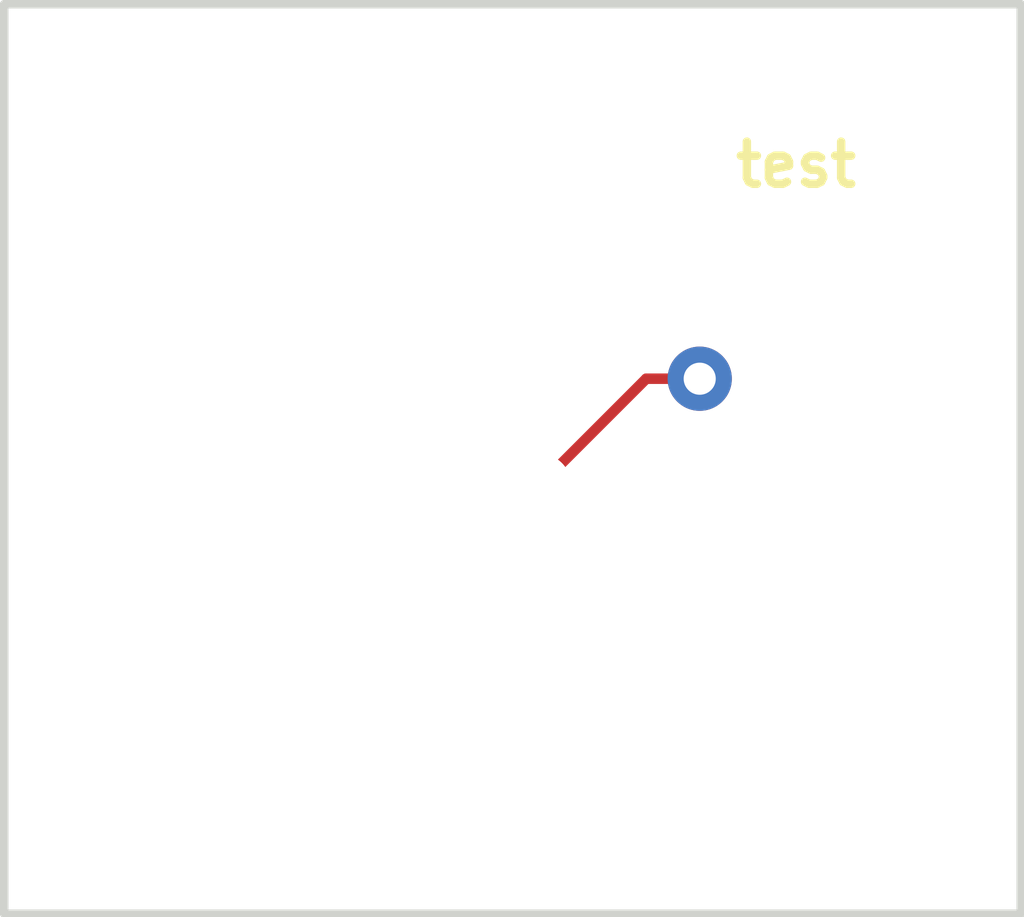
<source format=kicad_pcb>
(kicad_pcb (version 20171130) (host pcbnew "(5.0.0-rc2-dev-605-g458f9f5-dirty)")

  (general
    (thickness 1.6)
    (drawings 4)
    (tracks 2)
    (zones 0)
    (modules 1)
    (nets 1)
  )

  (page A4)
  (layers
    (0 F.Cu signal)
    (31 B.Cu signal)
    (32 B.Adhes user)
    (33 F.Adhes user)
    (34 B.Paste user)
    (35 F.Paste user)
    (36 B.SilkS user)
    (37 F.SilkS user)
    (38 B.Mask user)
    (39 F.Mask user)
    (40 Dwgs.User user)
    (41 Cmts.User user)
    (42 Eco1.User user)
    (43 Eco2.User user)
    (44 Edge.Cuts user)
    (45 Margin user)
    (46 B.CrtYd user)
    (47 F.CrtYd user)
    (48 B.Fab user)
    (49 F.Fab user)
  )

  (setup
    (last_trace_width 0.25)
    (trace_clearance 0.2)
    (zone_clearance 0.508)
    (zone_45_only no)
    (trace_min 0.2)
    (segment_width 0.2)
    (edge_width 0.15)
    (via_size 0.8)
    (via_drill 0.4)
    (via_min_size 0.4)
    (via_min_drill 0.3)
    (uvia_size 0.3)
    (uvia_drill 0.1)
    (uvias_allowed no)
    (uvia_min_size 0.2)
    (uvia_min_drill 0.1)
    (pcb_text_width 0.3)
    (pcb_text_size 1.5 1.5)
    (mod_edge_width 0.15)
    (mod_text_size 1 1)
    (mod_text_width 0.15)
    (pad_size 1.524 1.524)
    (pad_drill 0.762)
    (pad_to_mask_clearance 0.2)
    (aux_axis_origin 0 0)
    (visible_elements 7FFFFFFF)
    (pcbplotparams
      (layerselection 0x010fc_ffffffff)
      (usegerberextensions false)
      (usegerberattributes false)
      (usegerberadvancedattributes false)
      (creategerberjobfile false)
      (excludeedgelayer true)
      (linewidth 0.100000)
      (plotframeref false)
      (viasonmask false)
      (mode 1)
      (useauxorigin false)
      (hpglpennumber 1)
      (hpglpenspeed 20)
      (hpglpendiameter 15)
      (psnegative false)
      (psa4output false)
      (plotreference true)
      (plotvalue true)
      (plotinvisibletext false)
      (padsonsilk false)
      (subtractmaskfromsilk false)
      (outputformat 1)
      (mirror false)
      (drillshape 1)
      (scaleselection 1)
      (outputdirectory ""))
  )

  (net 0 "")

  (net_class Default "This is the default net class."
    (clearance 0.2)
    (trace_width 0.25)
    (via_dia 0.8)
    (via_drill 0.4)
    (uvia_dia 0.3)
    (uvia_drill 0.1)
  )

  (module SWITCHES:test (layer F.Cu) (tedit 5AE860DC) (tstamp 5AE86005)
    (at 133.35 96.52)
    (path /5A813146)
    (fp_text reference test (at 6.096 -7.62) (layer F.SilkS)
      (effects (font (size 1 1) (thickness 0.2)))
    )
    (fp_text value test (at 0 -4.8) (layer F.SilkS) hide
      (effects (font (size 1 1) (thickness 0.2)))
    )
    (pad "" np_thru_hole circle (at 0 0) (size 1.524 1.524) (drill 1.524) (layers *.Cu *.Mask))
    (pad 1 thru_hole circle (at 3.81 -2.54) (size 1.524 1.524) (drill 0.762) (layers *.Cu *.Mask))
  )

  (gr_line (start 120.65 106.68) (end 120.65 85.09) (layer Edge.Cuts) (width 0.2))
  (gr_line (start 144.78 106.68) (end 120.65 106.68) (layer Edge.Cuts) (width 0.2))
  (gr_line (start 144.78 85.09) (end 144.78 106.68) (layer Edge.Cuts) (width 0.2))
  (gr_line (start 120.65 85.09) (end 144.78 85.09) (layer Edge.Cuts) (width 0.2))

  (segment (start 135.89 93.98) (end 133.35 96.52) (width 0.25) (layer F.Cu) (net 0))
  (segment (start 137.16 93.98) (end 135.89 93.98) (width 0.25) (layer F.Cu) (net 0))

)

</source>
